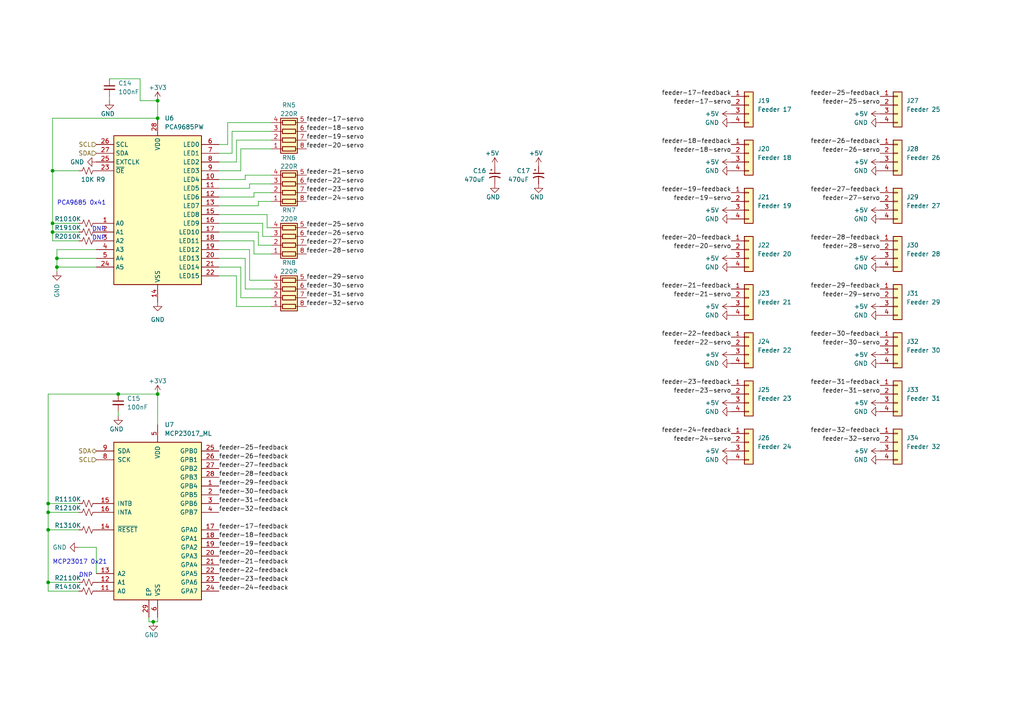
<source format=kicad_sch>
(kicad_sch (version 20230121) (generator eeschema)
  (paper "A4")
  (lib_symbols
    (symbol "Connector_Generic:Conn_01x04" (pin_names (offset 1.016) hide)
      (property "Reference" "J" (at 0 5.08 0))
      (property "Value" "Conn_01x04" (at 0 -7.62 0))
      (symbol "Conn_01x04_1_1"
        (rectangle (start -1.27 -4.953) (end 0 -5.207) (stroke (width 0.1524)))
        (rectangle (start -1.27 -2.413) (end 0 -2.667) (stroke (width 0.1524)))
        (rectangle (start -1.27 0.127) (end 0 -0.127) (stroke (width 0.1524)))
        (rectangle (start -1.27 2.667) (end 0 2.413) (stroke (width 0.1524)))
        (rectangle (start -1.27 3.81) (end 1.27 -6.35) (stroke (width 0.254)) (fill (type background)))
        (pin passive line (at -5.08 2.54 0) (length 3.81) (name "Pin_1") (number "1"))
        (pin passive line (at -5.08 0 0) (length 3.81) (name "Pin_2") (number "2"))
        (pin passive line (at -5.08 -2.54 0) (length 3.81) (name "Pin_3") (number "3"))
        (pin passive line (at -5.08 -5.08 0) (length 3.81) (name "Pin_4") (number "4"))
      )
    )
    (symbol "Device:C_Polarized_Small_US" (pin_numbers hide) (pin_names (offset 0.254) hide)
      (property "Reference" "C" (at 0.254 1.778 0))
      (property "Value" "C_Polarized_Small_US" (at 0.254 -2.032 0))
      (symbol "C_Polarized_Small_US_0_1"
        (polyline (pts (xy -1.524 0.508) (xy 1.524 0.508)) (stroke (width 0.3048)))
        (polyline (pts (xy -1.27 1.524) (xy -0.762 1.524)))
        (polyline (pts (xy -1.016 1.27) (xy -1.016 1.778)))
        (arc (start 1.524 -0.762) (mid 0 -0.3734) (end -1.524 -0.762) (stroke (width 0.3048)))
      )
      (symbol "C_Polarized_Small_US_1_1"
        (pin passive line (at 0 2.54 270) (length 2.032) (name "~") (number "1"))
        (pin passive line (at 0 -2.54 90) (length 2.032) (name "~") (number "2"))
      )
    )
    (symbol "Device:C_Small" (pin_numbers hide) (pin_names (offset 0.254) hide)
      (property "Reference" "C" (at 0.254 1.778 0))
      (property "Value" "C_Small" (at 0.254 -2.032 0))
      (symbol "C_Small_0_1"
        (polyline (pts (xy -1.524 -0.508) (xy 1.524 -0.508)) (stroke (width 0.3302)))
        (polyline (pts (xy -1.524 0.508) (xy 1.524 0.508)) (stroke (width 0.3048)))
      )
      (symbol "C_Small_1_1"
        (pin passive line (at 0 2.54 270) (length 2.032) (name "~") (number "1"))
        (pin passive line (at 0 -2.54 90) (length 2.032) (name "~") (number "2"))
      )
    )
    (symbol "Device:R_Pack04" (pin_names (offset 0) hide)
      (property "Reference" "RN" (at -7.62 0 90))
      (property "Value" "R_Pack04" (at 5.08 0 90))
      (symbol "R_Pack04_0_1"
        (rectangle (start -6.35 -2.413) (end 3.81 2.413) (stroke (width 0.254)) (fill (type background)))
        (rectangle (start -5.715 1.905) (end -4.445 -1.905) (stroke (width 0.254)))
        (rectangle (start -3.175 1.905) (end -1.905 -1.905) (stroke (width 0.254)))
        (rectangle (start -0.635 1.905) (end 0.635 -1.905) (stroke (width 0.254)))
        (polyline (pts (xy -5.08 -2.54) (xy -5.08 -1.905)))
        (polyline (pts (xy -5.08 1.905) (xy -5.08 2.54)))
        (polyline (pts (xy -2.54 -2.54) (xy -2.54 -1.905)))
        (polyline (pts (xy -2.54 1.905) (xy -2.54 2.54)))
        (polyline (pts (xy 0 -2.54) (xy 0 -1.905)))
        (polyline (pts (xy 0 1.905) (xy 0 2.54)))
        (polyline (pts (xy 2.54 -2.54) (xy 2.54 -1.905)))
        (polyline (pts (xy 2.54 1.905) (xy 2.54 2.54)))
        (rectangle (start 1.905 1.905) (end 3.175 -1.905) (stroke (width 0.254)))
      )
      (symbol "R_Pack04_1_1"
        (pin passive line (at -5.08 -5.08 90) (length 2.54) (name "R1.1") (number "1"))
        (pin passive line (at -2.54 -5.08 90) (length 2.54) (name "R2.1") (number "2"))
        (pin passive line (at 0 -5.08 90) (length 2.54) (name "R3.1") (number "3"))
        (pin passive line (at 2.54 -5.08 90) (length 2.54) (name "R4.1") (number "4"))
        (pin passive line (at 2.54 5.08 270) (length 2.54) (name "R4.2") (number "5"))
        (pin passive line (at 0 5.08 270) (length 2.54) (name "R3.2") (number "6"))
        (pin passive line (at -2.54 5.08 270) (length 2.54) (name "R2.2") (number "7"))
        (pin passive line (at -5.08 5.08 270) (length 2.54) (name "R1.2") (number "8"))
      )
    )
    (symbol "Device:R_Small_US" (pin_numbers hide) (pin_names (offset 0.254) hide)
      (property "Reference" "R" (at 0.762 0.508 0))
      (property "Value" "R_Small_US" (at 0.762 -1.016 0))
      (symbol "R_Small_US_1_1"
        (polyline (pts (xy 0 0) (xy 1.016 -0.381) (xy 0 -0.762) (xy -1.016 -1.143) (xy 0 -1.524)))
        (polyline (pts (xy 0 1.524) (xy 1.016 1.143) (xy 0 0.762) (xy -1.016 0.381) (xy 0 0)))
        (pin passive line (at 0 2.54 270) (length 1.016) (name "~") (number "1"))
        (pin passive line (at 0 -2.54 90) (length 1.016) (name "~") (number "2"))
      )
    )
    (symbol "Driver_LED:PCA9685PW"
      (property "Reference" "U" (at -12.7 22.225 0))
      (property "Value" "PCA9685PW" (at 1.27 22.225 0))
      (symbol "PCA9685PW_0_1"
        (rectangle (start -12.7 20.32) (end 12.7 -22.86) (stroke (width 0.254)) (fill (type background)))
      )
      (symbol "PCA9685PW_1_1"
        (pin input line (at -17.78 -5.08 0) (length 5.08) (name "A0") (number "1"))
        (pin output line (at 17.78 7.62 180) (length 5.08) (name "LED4") (number "10"))
        (pin output line (at 17.78 5.08 180) (length 5.08) (name "LED5") (number "11"))
        (pin output line (at 17.78 2.54 180) (length 5.08) (name "LED6") (number "12"))
        (pin output line (at 17.78 0 180) (length 5.08) (name "LED7") (number "13"))
        (pin power_in line (at 0 -27.94 90) (length 5.08) (name "VSS") (number "14"))
        (pin output line (at 17.78 -2.54 180) (length 5.08) (name "LED8") (number "15"))
        (pin output line (at 17.78 -5.08 180) (length 5.08) (name "LED9") (number "16"))
        (pin output line (at 17.78 -7.62 180) (length 5.08) (name "LED10") (number "17"))
        (pin output line (at 17.78 -10.16 180) (length 5.08) (name "LED11") (number "18"))
        (pin output line (at 17.78 -12.7 180) (length 5.08) (name "LED12") (number "19"))
        (pin input line (at -17.78 -7.62 0) (length 5.08) (name "A1") (number "2"))
        (pin output line (at 17.78 -15.24 180) (length 5.08) (name "LED13") (number "20"))
        (pin output line (at 17.78 -17.78 180) (length 5.08) (name "LED14") (number "21"))
        (pin output line (at 17.78 -20.32 180) (length 5.08) (name "LED15") (number "22"))
        (pin input line (at -17.78 10.16 0) (length 5.08) (name "~{OE}") (number "23"))
        (pin input line (at -17.78 -17.78 0) (length 5.08) (name "A5") (number "24"))
        (pin input line (at -17.78 12.7 0) (length 5.08) (name "EXTCLK") (number "25"))
        (pin input line (at -17.78 17.78 0) (length 5.08) (name "SCL") (number "26"))
        (pin bidirectional line (at -17.78 15.24 0) (length 5.08) (name "SDA") (number "27"))
        (pin power_in line (at 0 25.4 270) (length 5.08) (name "VDD") (number "28"))
        (pin input line (at -17.78 -10.16 0) (length 5.08) (name "A2") (number "3"))
        (pin input line (at -17.78 -12.7 0) (length 5.08) (name "A3") (number "4"))
        (pin input line (at -17.78 -15.24 0) (length 5.08) (name "A4") (number "5"))
        (pin output line (at 17.78 17.78 180) (length 5.08) (name "LED0") (number "6"))
        (pin output line (at 17.78 15.24 180) (length 5.08) (name "LED1") (number "7"))
        (pin output line (at 17.78 12.7 180) (length 5.08) (name "LED2") (number "8"))
        (pin output line (at 17.78 10.16 180) (length 5.08) (name "LED3") (number "9"))
      )
    )
    (symbol "Interface_Expansion:MCP23017_ML" (pin_names (offset 1.016))
      (property "Reference" "U" (at -11.43 24.13 0))
      (property "Value" "MCP23017_ML" (at 0 0 0))
      (symbol "MCP23017_ML_0_1"
        (rectangle (start -12.7 22.86) (end 12.7 -22.86) (stroke (width 0.254)) (fill (type background)))
      )
      (symbol "MCP23017_ML_1_1"
        (pin bidirectional line (at 17.78 10.16 180) (length 5.08) (name "GPB4") (number "1"))
        (pin no_connect line (at -12.7 12.7 0) (length 5.08) hide (name "NC") (number "10"))
        (pin input line (at -17.78 -20.32 0) (length 5.08) (name "A0") (number "11"))
        (pin input line (at -17.78 -17.78 0) (length 5.08) (name "A1") (number "12"))
        (pin input line (at -17.78 -15.24 0) (length 5.08) (name "A2") (number "13"))
        (pin input line (at -17.78 -2.54 0) (length 5.08) (name "~{RESET}") (number "14"))
        (pin tri_state line (at -17.78 5.08 0) (length 5.08) (name "INTB") (number "15"))
        (pin tri_state line (at -17.78 2.54 0) (length 5.08) (name "INTA") (number "16"))
        (pin bidirectional line (at 17.78 -2.54 180) (length 5.08) (name "GPA0") (number "17"))
        (pin bidirectional line (at 17.78 -5.08 180) (length 5.08) (name "GPA1") (number "18"))
        (pin bidirectional line (at 17.78 -7.62 180) (length 5.08) (name "GPA2") (number "19"))
        (pin bidirectional line (at 17.78 7.62 180) (length 5.08) (name "GPB5") (number "2"))
        (pin bidirectional line (at 17.78 -10.16 180) (length 5.08) (name "GPA3") (number "20"))
        (pin bidirectional line (at 17.78 -12.7 180) (length 5.08) (name "GPA4") (number "21"))
        (pin bidirectional line (at 17.78 -15.24 180) (length 5.08) (name "GPA5") (number "22"))
        (pin bidirectional line (at 17.78 -17.78 180) (length 5.08) (name "GPA6") (number "23"))
        (pin bidirectional line (at 17.78 -20.32 180) (length 5.08) (name "GPA7") (number "24"))
        (pin bidirectional line (at 17.78 20.32 180) (length 5.08) (name "GPB0") (number "25"))
        (pin bidirectional line (at 17.78 17.78 180) (length 5.08) (name "GPB1") (number "26"))
        (pin bidirectional line (at 17.78 15.24 180) (length 5.08) (name "GPB2") (number "27"))
        (pin bidirectional line (at 17.78 12.7 180) (length 5.08) (name "GPB3") (number "28"))
        (pin passive line (at -2.54 -27.94 90) (length 5.08) (name "EP") (number "29"))
        (pin bidirectional line (at 17.78 5.08 180) (length 5.08) (name "GPB6") (number "3"))
        (pin bidirectional line (at 17.78 2.54 180) (length 5.08) (name "GPB7") (number "4"))
        (pin power_in line (at 0 27.94 270) (length 5.08) (name "VDD") (number "5"))
        (pin power_in line (at 0 -27.94 90) (length 5.08) (name "VSS") (number "6"))
        (pin no_connect line (at -12.7 15.24 0) (length 5.08) hide (name "NC") (number "7"))
        (pin input line (at -17.78 17.78 0) (length 5.08) (name "SCK") (number "8"))
        (pin bidirectional line (at -17.78 20.32 0) (length 5.08) (name "SDA") (number "9"))
      )
    )
    (symbol "power:+3V3" (power) (pin_names (offset 0))
      (property "Value" "+3V3" (at 0 3.556 0))
      (symbol "+3V3_0_1"
        (polyline (pts (xy -0.762 1.27) (xy 0 2.54)))
        (polyline (pts (xy 0 0) (xy 0 2.54)))
        (polyline (pts (xy 0 2.54) (xy 0.762 1.27)))
      )
      (symbol "+3V3_1_1"
        (pin power_in line (at 0 0 90) (length 0) hide (name "+3V3") (number "1"))
      )
    )
    (symbol "power:+5V" (power) (pin_names (offset 0))
      (property "Value" "+5V" (at 0 3.556 0))
      (symbol "+5V_0_1"
        (polyline (pts (xy -0.762 1.27) (xy 0 2.54)))
        (polyline (pts (xy 0 0) (xy 0 2.54)))
        (polyline (pts (xy 0 2.54) (xy 0.762 1.27)))
      )
      (symbol "+5V_1_1"
        (pin power_in line (at 0 0 90) (length 0) hide (name "+5V") (number "1"))
      )
    )
    (symbol "power:GND" (power) (pin_names (offset 0))
      (property "Value" "GND" (at 0 -3.81 0))
      (symbol "GND_0_1"
        (polyline (pts (xy 0 0) (xy 0 -1.27) (xy 1.27 -1.27) (xy 0 -2.54) (xy -1.27 -1.27) (xy 0 -1.27)))
      )
      (symbol "GND_1_1"
        (pin power_in line (at 0 0 270) (length 0) hide (name "GND") (number "1"))
      )
    )
  )
  (junction (at 13.97 168.91))
  (junction (at 45.72 34.29))
  (junction (at 15.24 67.31))
  (junction (at 15.24 64.77))
  (junction (at 45.72 29.21))
  (junction (at 13.97 148.59))
  (junction (at 45.72 114.3))
  (junction (at 15.24 49.53))
  (junction (at 16.51 74.93))
  (junction (at 16.51 77.47))
  (junction (at 13.97 153.67))
  (junction (at 34.29 114.3))
  (junction (at 44.45 180.34))
  (junction (at 13.97 146.05))
  (wire (pts (xy 45.72 180.34) (xy 44.45 180.34)))
  (wire (pts (xy 22.86 49.53) (xy 15.24 49.53)))
  (wire (pts (xy 66.04 41.91) (xy 66.04 35.56)))
  (wire (pts (xy 73.66 55.88) (xy 78.74 55.88)))
  (wire (pts (xy 74.93 71.12) (xy 78.74 71.12)))
  (wire (pts (xy 74.93 58.42) (xy 74.93 59.69)))
  (wire (pts (xy 34.29 114.3) (xy 13.97 114.3)))
  (wire (pts (xy 71.12 74.93) (xy 63.5 74.93)))
  (wire (pts (xy 45.72 114.3) (xy 45.72 123.19)))
  (wire (pts (xy 78.74 53.34) (xy 72.39 53.34)))
  (wire (pts (xy 22.86 158.75) (xy 27.94 158.75)))
  (wire (pts (xy 71.12 50.8) (xy 78.74 50.8)))
  (wire (pts (xy 63.5 57.15) (xy 73.66 57.15)))
  (wire (pts (xy 78.74 88.9) (xy 68.58 88.9)))
  (wire (pts (xy 78.74 83.82) (xy 71.12 83.82)))
  (wire (pts (xy 78.74 38.1) (xy 67.31 38.1)))
  (wire (pts (xy 67.31 38.1) (xy 67.31 44.45)))
  (wire (pts (xy 69.85 77.47) (xy 69.85 86.36)))
  (wire (pts (xy 72.39 81.28) (xy 78.74 81.28)))
  (wire (pts (xy 13.97 153.67) (xy 13.97 168.91)))
  (wire (pts (xy 40.64 29.21) (xy 45.72 29.21)))
  (wire (pts (xy 45.72 34.29) (xy 15.24 34.29)))
  (wire (pts (xy 63.5 67.31) (xy 74.93 67.31)))
  (wire (pts (xy 13.97 146.05) (xy 13.97 148.59)))
  (wire (pts (xy 13.97 168.91) (xy 22.86 168.91)))
  (wire (pts (xy 73.66 69.85) (xy 73.66 73.66)))
  (wire (pts (xy 15.24 67.31) (xy 15.24 64.77)))
  (wire (pts (xy 45.72 29.21) (xy 45.72 34.29)))
  (wire (pts (xy 13.97 146.05) (xy 22.86 146.05)))
  (wire (pts (xy 13.97 148.59) (xy 22.86 148.59)))
  (wire (pts (xy 71.12 52.07) (xy 71.12 50.8)))
  (wire (pts (xy 73.66 57.15) (xy 73.66 55.88)))
  (wire (pts (xy 66.04 35.56) (xy 78.74 35.56)))
  (wire (pts (xy 63.5 52.07) (xy 71.12 52.07)))
  (wire (pts (xy 63.5 72.39) (xy 72.39 72.39)))
  (wire (pts (xy 74.93 59.69) (xy 63.5 59.69)))
  (wire (pts (xy 78.74 68.58) (xy 76.2 68.58)))
  (wire (pts (xy 77.47 62.23) (xy 77.47 66.04)))
  (wire (pts (xy 72.39 53.34) (xy 72.39 54.61)))
  (wire (pts (xy 15.24 49.53) (xy 15.24 64.77)))
  (wire (pts (xy 68.58 88.9) (xy 68.58 80.01)))
  (wire (pts (xy 72.39 72.39) (xy 72.39 81.28)))
  (wire (pts (xy 15.24 67.31) (xy 15.24 69.85)))
  (wire (pts (xy 22.86 67.31) (xy 15.24 67.31)))
  (wire (pts (xy 76.2 68.58) (xy 76.2 64.77)))
  (wire (pts (xy 27.94 158.75) (xy 27.94 166.37)))
  (wire (pts (xy 31.75 29.21) (xy 31.75 27.94)))
  (wire (pts (xy 16.51 77.47) (xy 27.94 77.47)))
  (wire (pts (xy 34.29 120.65) (xy 34.29 119.38)))
  (wire (pts (xy 45.72 179.07) (xy 45.72 180.34)))
  (wire (pts (xy 78.74 43.18) (xy 69.85 43.18)))
  (wire (pts (xy 63.5 46.99) (xy 68.58 46.99)))
  (wire (pts (xy 63.5 62.23) (xy 77.47 62.23)))
  (wire (pts (xy 40.64 22.86) (xy 40.64 29.21)))
  (wire (pts (xy 13.97 114.3) (xy 13.97 146.05)))
  (wire (pts (xy 69.85 43.18) (xy 69.85 49.53)))
  (wire (pts (xy 73.66 73.66) (xy 78.74 73.66)))
  (wire (pts (xy 68.58 40.64) (xy 78.74 40.64)))
  (wire (pts (xy 63.5 49.53) (xy 69.85 49.53)))
  (wire (pts (xy 13.97 153.67) (xy 22.86 153.67)))
  (wire (pts (xy 13.97 148.59) (xy 13.97 153.67)))
  (wire (pts (xy 74.93 67.31) (xy 74.93 71.12)))
  (wire (pts (xy 76.2 64.77) (xy 63.5 64.77)))
  (wire (pts (xy 72.39 54.61) (xy 63.5 54.61)))
  (wire (pts (xy 43.18 180.34) (xy 43.18 179.07)))
  (wire (pts (xy 15.24 64.77) (xy 22.86 64.77)))
  (wire (pts (xy 71.12 83.82) (xy 71.12 74.93)))
  (wire (pts (xy 16.51 72.39) (xy 16.51 74.93)))
  (wire (pts (xy 44.45 180.34) (xy 43.18 180.34)))
  (wire (pts (xy 16.51 74.93) (xy 27.94 74.93)))
  (wire (pts (xy 34.29 114.3) (xy 45.72 114.3)))
  (wire (pts (xy 68.58 80.01) (xy 63.5 80.01)))
  (wire (pts (xy 78.74 58.42) (xy 74.93 58.42)))
  (wire (pts (xy 69.85 86.36) (xy 78.74 86.36)))
  (wire (pts (xy 77.47 66.04) (xy 78.74 66.04)))
  (wire (pts (xy 63.5 69.85) (xy 73.66 69.85)))
  (wire (pts (xy 67.31 44.45) (xy 63.5 44.45)))
  (wire (pts (xy 68.58 46.99) (xy 68.58 40.64)))
  (wire (pts (xy 27.94 72.39) (xy 16.51 72.39)))
  (wire (pts (xy 13.97 168.91) (xy 13.97 171.45)))
  (wire (pts (xy 63.5 41.91) (xy 66.04 41.91)))
  (wire (pts (xy 16.51 74.93) (xy 16.51 77.47)))
  (wire (pts (xy 31.75 22.86) (xy 40.64 22.86)))
  (wire (pts (xy 15.24 69.85) (xy 22.86 69.85)))
  (wire (pts (xy 63.5 77.47) (xy 69.85 77.47)))
  (wire (pts (xy 16.51 77.47) (xy 16.51 78.74)))
  (wire (pts (xy 15.24 34.29) (xy 15.24 49.53)))
  (wire (pts (xy 22.86 171.45) (xy 13.97 171.45)))
  (text "DNP" (at 26.67 69.85 0) (effects (font (size 1.27 1.27)) (justify left bottom)))
  (text "MCP23017 0x21" (at 15.24 163.83 0) (effects (font (size 1.27 1.27)) (justify left bottom)))
  (text "DNP" (at 22.86 167.64 0) (effects (font (size 1.27 1.27)) (justify left bottom)))
  (text "PCA9685 0x41" (at 16.51 59.69 0) (effects (font (size 1.27 1.27)) (justify left bottom)))
  (text "DNP" (at 26.67 67.31 0) (effects (font (size 1.27 1.27)) (justify left bottom)))
  (label "feeder-27-feedback" (at 63.5 135.89 0))
  (label "feeder-25-feedback" (at 63.5 130.81 0))
  (label "feeder-27-feedback" (at 255.27 55.88 180))
  (label "feeder-22-servo" (at 212.09 100.33 180))
  (label "feeder-24-feedback" (at 212.09 125.73 180))
  (label "feeder-22-feedback" (at 63.5 166.37 0))
  (label "feeder-17-feedback" (at 63.5 153.67 0))
  (label "feeder-23-feedback" (at 212.09 111.76 180))
  (label "feeder-17-servo" (at 88.9 35.56 0))
  (label "feeder-32-feedback" (at 63.5 148.59 0))
  (label "feeder-30-servo" (at 255.27 100.33 180))
  (label "feeder-30-feedback" (at 255.27 97.79 180))
  (label "feeder-18-feedback" (at 63.5 156.21 0))
  (label "feeder-21-servo" (at 212.09 86.36 180))
  (label "feeder-26-servo" (at 255.27 44.45 180))
  (label "feeder-19-feedback" (at 63.5 158.75 0))
  (label "feeder-29-servo" (at 88.9 81.28 0))
  (label "feeder-17-feedback" (at 212.09 27.94 180))
  (label "feeder-30-servo" (at 88.9 83.82 0))
  (label "feeder-18-feedback" (at 212.09 41.91 180))
  (label "feeder-32-servo" (at 88.9 88.9 0))
  (label "feeder-29-feedback" (at 255.27 83.82 180))
  (label "feeder-18-servo" (at 88.9 38.1 0))
  (label "feeder-30-feedback" (at 63.5 143.51 0))
  (label "feeder-19-servo" (at 88.9 40.64 0))
  (label "feeder-24-servo" (at 212.09 128.27 180))
  (label "feeder-22-feedback" (at 212.09 97.79 180))
  (label "feeder-31-servo" (at 255.27 114.3 180))
  (label "feeder-27-servo" (at 88.9 71.12 0))
  (label "feeder-20-feedback" (at 63.5 161.29 0))
  (label "feeder-32-feedback" (at 255.27 125.73 180))
  (label "feeder-25-feedback" (at 255.27 27.94 180))
  (label "feeder-23-servo" (at 88.9 55.88 0))
  (label "feeder-28-servo" (at 255.27 72.39 180))
  (label "feeder-20-servo" (at 88.9 43.18 0))
  (label "feeder-17-servo" (at 212.09 30.48 180))
  (label "feeder-21-feedback" (at 212.09 83.82 180))
  (label "feeder-32-servo" (at 255.27 128.27 180))
  (label "feeder-20-feedback" (at 212.09 69.85 180))
  (label "feeder-21-feedback" (at 63.5 163.83 0))
  (label "feeder-27-servo" (at 255.27 58.42 180))
  (label "feeder-31-feedback" (at 255.27 111.76 180))
  (label "feeder-26-feedback" (at 63.5 133.35 0))
  (label "feeder-24-servo" (at 88.9 58.42 0))
  (label "feeder-31-feedback" (at 63.5 146.05 0))
  (label "feeder-25-servo" (at 255.27 30.48 180))
  (label "feeder-23-feedback" (at 63.5 168.91 0))
  (label "feeder-29-feedback" (at 63.5 140.97 0))
  (label "feeder-26-feedback" (at 255.27 41.91 180))
  (label "feeder-18-servo" (at 212.09 44.45 180))
  (label "feeder-28-feedback" (at 255.27 69.85 180))
  (label "feeder-20-servo" (at 212.09 72.39 180))
  (label "feeder-26-servo" (at 88.9 68.58 0))
  (label "feeder-28-feedback" (at 63.5 138.43 0))
  (label "feeder-22-servo" (at 88.9 53.34 0))
  (label "feeder-23-servo" (at 212.09 114.3 180))
  (label "feeder-21-servo" (at 88.9 50.8 0))
  (label "feeder-19-servo" (at 212.09 58.42 180))
  (label "feeder-31-servo" (at 88.9 86.36 0))
  (label "feeder-29-servo" (at 255.27 86.36 180))
  (label "feeder-28-servo" (at 88.9 73.66 0))
  (label "feeder-19-feedback" (at 212.09 55.88 180))
  (label "feeder-25-servo" (at 88.9 66.04 0))
  (label "feeder-24-feedback" (at 63.5 171.45 0))
  (hierarchical_label "SDA" (shape bidirectional) (at 27.94 130.81 180))
  (hierarchical_label "SCL" (shape input) (at 27.94 41.91 180))
  (hierarchical_label "SDA" (shape input) (at 27.94 44.45 180))
  (hierarchical_label "SCL" (shape input) (at 27.94 133.35 180))
  (symbol (lib_id "Connector_Generic:Conn_01x04") (at 260.35 30.48 0) (unit 1)
    (property "Reference" "J27" (at 262.89 29.2099 0) (effects (justify left)))
    (property "Value" "Feeder 25" (at 262.89 31.7499 0) (effects (justify left)))
    (property "Footprint" "Connector_PinHeader_2.54mm:PinHeader_1x04_P2.54mm_Vertical" (effects hide))
  )
  (symbol (lib_id "Connector_Generic:Conn_01x04") (at 217.17 128.27 0) (unit 1)
    (property "Reference" "J26" (at 219.71 126.9999 0) (effects (justify left)))
    (property "Value" "Feeder 24" (at 219.71 129.5399 0) (effects (justify left)))
    (property "Footprint" "Connector_PinHeader_2.54mm:PinHeader_1x04_P2.54mm_Vertical" (effects hide))
  )
  (symbol (lib_id "power:GND") (at 255.27 119.38 270) (unit 1)
    (property "Reference" "#PWR0100" (effects hide))
    (property "Value" "GND" (at 247.65 119.38 90) (effects (justify left)))
  )
  (symbol (lib_id "Connector_Generic:Conn_01x04") (at 260.35 128.27 0) (unit 1)
    (property "Reference" "J34" (at 262.89 126.9999 0) (effects (justify left)))
    (property "Value" "Feeder 32" (at 262.89 129.5399 0) (effects (justify left)))
    (property "Footprint" "Connector_PinHeader_2.54mm:PinHeader_1x04_P2.54mm_Vertical" (effects hide))
  )
  (symbol (lib_id "Device:R_Small_US") (at 25.4 148.59 90) (unit 1)
    (property "Reference" "R12" (at 17.78 147.32 90))
    (property "Value" "10K" (at 21.59 147.32 90))
    (property "Footprint" "Resistor_SMD:R_0603_1608Metric_Pad0.98x0.95mm_HandSolder" (effects hide))
    (property "Mouser" "279-CRGCQ0603F10K" (effects hide))
    (property "LCSC" "C98220" (effects hide))
  )
  (symbol (lib_id "Device:R_Pack04") (at 83.82 53.34 270) (mirror x) (unit 1)
    (property "Reference" "RN6" (at 83.82 45.72 90))
    (property "Value" "220R" (at 83.82 48.26 90))
    (property "Footprint" "Resistor_SMD:R_Array_Concave_4x0402" (effects hide))
  )
  (symbol (lib_id "power:GND") (at 212.09 49.53 270) (unit 1)
    (property "Reference" "#PWR074" (effects hide))
    (property "Value" "GND" (at 204.47 49.53 90) (effects (justify left)))
  )
  (symbol (lib_id "power:GND") (at 16.51 78.74 0) (unit 1)
    (property "Reference" "#PWR04" (effects hide))
    (property "Value" "GND" (at 16.51 86.36 90) (effects (justify left)))
    (instances (project "FeederController" (path "" (reference "#PWR04") (unit 1)) (path "" (reference "#PWR0108") (unit 1))))
  )
  (symbol (lib_id "power:GND") (at 255.27 49.53 270) (unit 1)
    (property "Reference" "#PWR090" (effects hide))
    (property "Value" "GND" (at 247.65 49.53 90) (effects (justify left)))
  )
  (symbol (lib_id "power:GND") (at 255.27 35.56 270) (unit 1)
    (property "Reference" "#PWR088" (effects hide))
    (property "Value" "GND" (at 247.65 35.56 90) (effects (justify left)))
  )
  (symbol (lib_id "power:GND") (at 255.27 91.44 270) (unit 1)
    (property "Reference" "#PWR096" (effects hide))
    (property "Value" "GND" (at 247.65 91.44 90) (effects (justify left)))
  )
  (symbol (lib_id "Device:R_Pack04") (at 83.82 68.58 270) (mirror x) (unit 1)
    (property "Reference" "RN7" (at 83.82 60.96 90))
    (property "Value" "220R" (at 83.82 63.5 90))
    (property "Footprint" "Resistor_SMD:R_Array_Concave_4x0402" (effects hide))
  )
  (symbol (lib_id "Device:R_Small_US") (at 25.4 153.67 90) (unit 1)
    (property "Reference" "R13" (at 17.78 152.4 90))
    (property "Value" "10K" (at 21.59 152.4 90))
    (property "Footprint" "Resistor_SMD:R_0603_1608Metric_Pad0.98x0.95mm_HandSolder" (effects hide))
    (property "Mouser" "279-CRGCQ0603F10K" (effects hide))
    (property "LCSC" "C98220" (effects hide))
  )
  (symbol (lib_id "Connector_Generic:Conn_01x04") (at 260.35 86.36 0) (unit 1)
    (property "Reference" "J31" (at 262.89 85.0899 0) (effects (justify left)))
    (property "Value" "Feeder 29" (at 262.89 87.6299 0) (effects (justify left)))
    (property "Footprint" "Connector_PinHeader_2.54mm:PinHeader_1x04_P2.54mm_Vertical" (effects hide))
  )
  (symbol (lib_id "power:GND") (at 34.29 120.65 0) (unit 1)
    (property "Reference" "#PWR062" (effects hide))
    (property "Value" "GND" (at 31.75 124.46 0) (effects (justify left)))
  )
  (symbol (lib_id "power:GND") (at 143.51 53.34 0) (unit 1)
    (property "Reference" "#PWR068" (effects hide))
    (property "Value" "GND" (at 140.97 57.15 0) (effects (justify left)))
  )
  (symbol (lib_id "Device:R_Small_US") (at 25.4 64.77 90) (unit 1)
    (property "Reference" "R10" (at 17.78 63.5 90))
    (property "Value" "10K" (at 21.59 63.5 90))
    (property "Footprint" "Resistor_SMD:R_0603_1608Metric_Pad0.98x0.95mm_HandSolder" (effects hide))
    (property "Mouser" "279-CRGCQ0603F10K" (effects hide))
    (property "LCSC" "C98220" (effects hide))
  )
  (symbol (lib_id "power:+5V") (at 255.27 130.81 90) (unit 1)
    (property "Reference" "#PWR0101" (effects hide))
    (property "Value" "+5V" (at 247.65 130.81 90) (effects (justify right)))
  )
  (symbol (lib_id "power:+5V") (at 255.27 102.87 90) (unit 1)
    (property "Reference" "#PWR097" (effects hide))
    (property "Value" "+5V" (at 247.65 102.87 90) (effects (justify right)))
  )
  (symbol (lib_id "power:+5V") (at 212.09 130.81 90) (unit 1)
    (property "Reference" "#PWR085" (effects hide))
    (property "Value" "+5V" (at 204.47 130.81 90) (effects (justify right)))
  )
  (symbol (lib_id "power:+5V") (at 255.27 33.02 90) (unit 1)
    (property "Reference" "#PWR087" (effects hide))
    (property "Value" "+5V" (at 247.65 33.02 90) (effects (justify right)))
  )
  (symbol (lib_id "Device:R_Small_US") (at 25.4 146.05 90) (unit 1)
    (property "Reference" "R11" (at 17.78 144.78 90))
    (property "Value" "10K" (at 21.59 144.78 90))
    (property "Footprint" "Resistor_SMD:R_0603_1608Metric_Pad0.98x0.95mm_HandSolder" (effects hide))
    (property "Mouser" "279-CRGCQ0603F10K" (effects hide))
    (property "LCSC" "C98220" (effects hide))
  )
  (symbol (lib_id "power:+5V") (at 212.09 74.93 90) (unit 1)
    (property "Reference" "#PWR077" (effects hide))
    (property "Value" "+5V" (at 204.47 74.93 90) (effects (justify right)))
  )
  (symbol (lib_id "power:+3V3") (at 45.72 29.21 0) (unit 1)
    (property "Reference" "#PWR064" (effects hide))
    (property "Value" "+3V3" (at 45.72 25.4 0))
  )
  (symbol (lib_id "power:GND") (at 255.27 133.35 270) (unit 1)
    (property "Reference" "#PWR0102" (effects hide))
    (property "Value" "GND" (at 247.65 133.35 90) (effects (justify left)))
  )
  (symbol (lib_id "power:+5V") (at 212.09 88.9 90) (unit 1)
    (property "Reference" "#PWR079" (effects hide))
    (property "Value" "+5V" (at 204.47 88.9 90) (effects (justify right)))
  )
  (symbol (lib_id "power:+5V") (at 255.27 88.9 90) (unit 1)
    (property "Reference" "#PWR095" (effects hide))
    (property "Value" "+5V" (at 247.65 88.9 90) (effects (justify right)))
  )
  (symbol (lib_id "Device:C_Polarized_Small_US") (at 143.51 50.8 0) (unit 1)
    (property "Reference" "C16" (at 137.16 49.53 0) (effects (justify left)))
    (property "Value" "470uF" (at 134.62 52.07 0) (effects (justify left)))
    (property "Footprint" "Capacitor_THT:CP_Radial_D8.0mm_P5.00mm" (effects hide))
  )
  (symbol (lib_id "Connector_Generic:Conn_01x04") (at 260.35 58.42 0) (unit 1)
    (property "Reference" "J29" (at 262.89 57.1499 0) (effects (justify left)))
    (property "Value" "Feeder 27" (at 262.89 59.6899 0) (effects (justify left)))
    (property "Footprint" "Connector_PinHeader_2.54mm:PinHeader_1x04_P2.54mm_Vertical" (effects hide))
  )
  (symbol (lib_id "Connector_Generic:Conn_01x04") (at 217.17 86.36 0) (unit 1)
    (property "Reference" "J23" (at 219.71 85.0899 0) (effects (justify left)))
    (property "Value" "Feeder 21" (at 219.71 87.6299 0) (effects (justify left)))
    (property "Footprint" "Connector_PinHeader_2.54mm:PinHeader_1x04_P2.54mm_Vertical" (effects hide))
  )
  (symbol (lib_id "Connector_Generic:Conn_01x04") (at 217.17 30.48 0) (unit 1)
    (property "Reference" "J19" (at 219.71 29.2099 0) (effects (justify left)))
    (property "Value" "Feeder 17" (at 219.71 31.7499 0) (effects (justify left)))
    (property "Footprint" "Connector_PinHeader_2.54mm:PinHeader_1x04_P2.54mm_Vertical" (effects hide))
  )
  (symbol (lib_id "Connector_Generic:Conn_01x04") (at 217.17 58.42 0) (unit 1)
    (property "Reference" "J21" (at 219.71 57.1499 0) (effects (justify left)))
    (property "Value" "Feeder 19" (at 219.71 59.6899 0) (effects (justify left)))
    (property "Footprint" "Connector_PinHeader_2.54mm:PinHeader_1x04_P2.54mm_Vertical" (effects hide))
  )
  (symbol (lib_id "Device:C_Small") (at 31.75 25.4 0) (unit 1)
    (property "Reference" "C14" (at 34.29 24.1362 0) (effects (justify left)))
    (property "Value" "100nF" (at 34.29 26.6762 0) (effects (justify left)))
    (property "Footprint" "Capacitor_SMD:C_0603_1608Metric_Pad1.08x0.95mm_HandSolder" (effects hide))
  )
  (symbol (lib_id "Device:C_Polarized_Small_US") (at 156.21 50.8 0) (unit 1)
    (property "Reference" "C17" (at 149.86 49.53 0) (effects (justify left)))
    (property "Value" "470uF" (at 147.32 52.07 0) (effects (justify left)))
    (property "Footprint" "Capacitor_THT:CP_Radial_D8.0mm_P5.00mm" (effects hide))
  )
  (symbol (lib_id "Connector_Generic:Conn_01x04") (at 260.35 100.33 0) (unit 1)
    (property "Reference" "J32" (at 262.89 99.0599 0) (effects (justify left)))
    (property "Value" "Feeder 30" (at 262.89 101.5999 0) (effects (justify left)))
    (property "Footprint" "Connector_PinHeader_2.54mm:PinHeader_1x04_P2.54mm_Vertical" (effects hide))
  )
  (symbol (lib_id "power:+5V") (at 255.27 60.96 90) (unit 1)
    (property "Reference" "#PWR091" (effects hide))
    (property "Value" "+5V" (at 247.65 60.96 90) (effects (justify right)))
  )
  (symbol (lib_id "Interface_Expansion:MCP23017_ML") (at 45.72 151.13 0) (unit 1)
    (property "Reference" "U7" (at 47.7394 123.19 0) (effects (justify left)))
    (property "Value" "MCP23017_ML" (at 47.7394 125.73 0) (effects (justify left)))
    (property "Footprint" "Package_DFN_QFN:QFN-28-1EP_6x6mm_P0.65mm_EP4.25x4.25mm" (effects hide))
    (property "Datasheet" "http://ww1.microchip.com/downloads/en/DeviceDoc/20001952C.pdf" (effects hide))
  )
  (symbol (lib_id "Connector_Generic:Conn_01x04") (at 260.35 114.3 0) (unit 1)
    (property "Reference" "J33" (at 262.89 113.0299 0) (effects (justify left)))
    (property "Value" "Feeder 31" (at 262.89 115.5699 0) (effects (justify left)))
    (property "Footprint" "Connector_PinHeader_2.54mm:PinHeader_1x04_P2.54mm_Vertical" (effects hide))
  )
  (symbol (lib_id "power:+5V") (at 156.21 48.26 0) (unit 1)
    (property "Reference" "#PWR069" (effects hide))
    (property "Value" "+5V" (at 157.48 44.45 0) (effects (justify right)))
  )
  (symbol (lib_id "power:GND") (at 255.27 105.41 270) (unit 1)
    (property "Reference" "#PWR098" (effects hide))
    (property "Value" "GND" (at 247.65 105.41 90) (effects (justify left)))
  )
  (symbol (lib_id "Connector_Generic:Conn_01x04") (at 217.17 44.45 0) (unit 1)
    (property "Reference" "J20" (at 219.71 43.1799 0) (effects (justify left)))
    (property "Value" "Feeder 18" (at 219.71 45.7199 0) (effects (justify left)))
    (property "Footprint" "Connector_PinHeader_2.54mm:PinHeader_1x04_P2.54mm_Vertical" (effects hide))
  )
  (symbol (lib_id "power:+5V") (at 255.27 46.99 90) (unit 1)
    (property "Reference" "#PWR089" (effects hide))
    (property "Value" "+5V" (at 247.65 46.99 90) (effects (justify right)))
  )
  (symbol (lib_id "Connector_Generic:Conn_01x04") (at 217.17 114.3 0) (unit 1)
    (property "Reference" "J25" (at 219.71 113.0299 0) (effects (justify left)))
    (property "Value" "Feeder 23" (at 219.71 115.5699 0) (effects (justify left)))
    (property "Footprint" "Connector_PinHeader_2.54mm:PinHeader_1x04_P2.54mm_Vertical" (effects hide))
  )
  (symbol (lib_id "power:GND") (at 27.94 46.99 270) (unit 1)
    (property "Reference" "#PWR060" (effects hide))
    (property "Value" "GND" (at 20.32 46.99 90) (effects (justify left)))
  )
  (symbol (lib_id "power:GND") (at 212.09 119.38 270) (unit 1)
    (property "Reference" "#PWR084" (effects hide))
    (property "Value" "GND" (at 204.47 119.38 90) (effects (justify left)))
  )
  (symbol (lib_id "power:GND") (at 212.09 91.44 270) (unit 1)
    (property "Reference" "#PWR080" (effects hide))
    (property "Value" "GND" (at 204.47 91.44 90) (effects (justify left)))
  )
  (symbol (lib_id "power:+5V") (at 255.27 74.93 90) (unit 1)
    (property "Reference" "#PWR093" (effects hide))
    (property "Value" "+5V" (at 247.65 74.93 90) (effects (justify right)))
  )
  (symbol (lib_id "power:GND") (at 44.45 180.34 0) (unit 1)
    (property "Reference" "#PWR063" (effects hide))
    (property "Value" "GND" (at 41.91 184.15 0) (effects (justify left)))
  )
  (symbol (lib_id "power:GND") (at 212.09 63.5 270) (unit 1)
    (property "Reference" "#PWR076" (effects hide))
    (property "Value" "GND" (at 204.47 63.5 90) (effects (justify left)))
  )
  (symbol (lib_id "Connector_Generic:Conn_01x04") (at 217.17 100.33 0) (unit 1)
    (property "Reference" "J24" (at 219.71 99.0599 0) (effects (justify left)))
    (property "Value" "Feeder 22" (at 219.71 101.5999 0) (effects (justify left)))
    (property "Footprint" "Connector_PinHeader_2.54mm:PinHeader_1x04_P2.54mm_Vertical" (effects hide))
  )
  (symbol (lib_id "power:GND") (at 22.86 158.75 270) (unit 1)
    (property "Reference" "#PWR04" (effects hide))
    (property "Value" "GND" (at 15.24 158.75 90) (effects (justify left)))
    (instances (project "FeederController" (path "" (reference "#PWR04") (unit 1)) (path "" (reference "#PWR0109") (unit 1))))
  )
  (symbol (lib_id "power:GND") (at 45.72 87.63 0) (unit 1)
    (property "Reference" "#PWR065" (effects hide))
    (property "Value" "GND" (at 45.72 92.71 0))
  )
  (symbol (lib_id "Device:R_Small_US") (at 25.4 69.85 90) (unit 1)
    (property "Reference" "R20" (at 17.78 68.58 90))
    (property "Value" "10K" (at 21.59 68.58 90))
    (property "Footprint" "Resistor_SMD:R_0603_1608Metric_Pad0.98x0.95mm_HandSolder" (effects hide))
    (property "Mouser" "279-CRGCQ0603F10K" (effects hide))
    (property "LCSC" "C98220" (effects hide))
  )
  (symbol (lib_id "power:GND") (at 212.09 77.47 270) (unit 1)
    (property "Reference" "#PWR078" (effects hide))
    (property "Value" "GND" (at 204.47 77.47 90) (effects (justify left)))
  )
  (symbol (lib_id "Connector_Generic:Conn_01x04") (at 260.35 44.45 0) (unit 1)
    (property "Reference" "J28" (at 262.89 43.1799 0) (effects (justify left)))
    (property "Value" "Feeder 26" (at 262.89 45.7199 0) (effects (justify left)))
    (property "Footprint" "Connector_PinHeader_2.54mm:PinHeader_1x04_P2.54mm_Vertical" (effects hide))
  )
  (symbol (lib_id "power:+3V3") (at 45.72 114.3 0) (unit 1)
    (property "Reference" "#PWR066" (effects hide))
    (property "Value" "+3V3" (at 45.72 110.49 0))
  )
  (symbol (lib_id "power:+5V") (at 212.09 60.96 90) (unit 1)
    (property "Reference" "#PWR075" (effects hide))
    (property "Value" "+5V" (at 204.47 60.96 90) (effects (justify right)))
  )
  (symbol (lib_id "power:+5V") (at 212.09 46.99 90) (unit 1)
    (property "Reference" "#PWR073" (effects hide))
    (property "Value" "+5V" (at 204.47 46.99 90) (effects (justify right)))
  )
  (symbol (lib_id "Connector_Generic:Conn_01x04") (at 260.35 72.39 0) (unit 1)
    (property "Reference" "J30" (at 262.89 71.1199 0) (effects (justify left)))
    (property "Value" "Feeder 28" (at 262.89 73.6599 0) (effects (justify left)))
    (property "Footprint" "Connector_PinHeader_2.54mm:PinHeader_1x04_P2.54mm_Vertical" (effects hide))
  )
  (symbol (lib_id "power:+5V") (at 212.09 33.02 90) (unit 1)
    (property "Reference" "#PWR071" (effects hide))
    (property "Value" "+5V" (at 204.47 33.02 90) (effects (justify right)))
  )
  (symbol (lib_id "power:+5V") (at 143.51 48.26 0) (unit 1)
    (property "Reference" "#PWR067" (effects hide))
    (property "Value" "+5V" (at 144.78 44.45 0) (effects (justify right)))
  )
  (symbol (lib_id "power:GND") (at 212.09 35.56 270) (unit 1)
    (property "Reference" "#PWR072" (effects hide))
    (property "Value" "GND" (at 204.47 35.56 90) (effects (justify left)))
  )
  (symbol (lib_id "Device:R_Small_US") (at 25.4 49.53 90) (unit 1)
    (property "Reference" "R9" (at 29.21 52.07 90))
    (property "Value" "10K" (at 25.4 52.07 90))
    (property "Footprint" "Resistor_SMD:R_0603_1608Metric_Pad0.98x0.95mm_HandSolder" (effects hide))
    (property "Mouser" "279-CRGCQ0603F10K" (effects hide))
    (property "LCSC" "C98220" (effects hide))
  )
  (symbol (lib_id "power:GND") (at 156.21 53.34 0) (unit 1)
    (property "Reference" "#PWR070" (effects hide))
    (property "Value" "GND" (at 153.67 57.15 0) (effects (justify left)))
  )
  (symbol (lib_id "Device:R_Small_US") (at 25.4 171.45 90) (unit 1)
    (property "Reference" "R14" (at 17.78 170.18 90))
    (property "Value" "10K" (at 21.59 170.18 90))
    (property "Footprint" "Resistor_SMD:R_0603_1608Metric_Pad0.98x0.95mm_HandSolder" (effects hide))
    (property "Mouser" "279-CRGCQ0603F10K" (effects hide))
    (property "LCSC" "C98220" (effects hide))
  )
  (symbol (lib_id "Device:R_Small_US") (at 25.4 67.31 90) (unit 1)
    (property "Reference" "R19" (at 17.78 66.04 90))
    (property "Value" "10K" (at 21.59 66.04 90))
    (property "Footprint" "Resistor_SMD:R_0603_1608Metric_Pad0.98x0.95mm_HandSolder" (effects hide))
    (property "Mouser" "279-CRGCQ0603F10K" (effects hide))
    (property "LCSC" "C98220" (effects hide))
  )
  (symbol (lib_id "Device:R_Small_US") (at 25.4 168.91 90) (unit 1)
    (property "Reference" "R21" (at 17.78 167.64 90))
    (property "Value" "10K" (at 21.59 167.64 90))
    (property "Footprint" "Resistor_SMD:R_0603_1608Metric_Pad0.98x0.95mm_HandSolder" (effects hide))
    (property "Mouser" "279-CRGCQ0603F10K" (effects hide))
    (property "LCSC" "C98220" (effects hide))
  )
  (symbol (lib_id "power:GND") (at 255.27 63.5 270) (unit 1)
    (property "Reference" "#PWR092" (effects hide))
    (property "Value" "GND" (at 247.65 63.5 90) (effects (justify left)))
  )
  (symbol (lib_id "power:GND") (at 212.09 133.35 270) (unit 1)
    (property "Reference" "#PWR086" (effects hide))
    (property "Value" "GND" (at 204.47 133.35 90) (effects (justify left)))
  )
  (symbol (lib_id "Device:C_Small") (at 34.29 116.84 0) (unit 1)
    (property "Reference" "C15" (at 36.83 115.5762 0) (effects (justify left)))
    (property "Value" "100nF" (at 36.83 118.1162 0) (effects (justify left)))
    (property "Footprint" "Capacitor_SMD:C_0603_1608Metric_Pad1.08x0.95mm_HandSolder" (effects hide))
    (property "Mouser" "791-0603B822K250CT" (effects hide))
    (property "LCSC" "C113812" (effects hide))
  )
  (symbol (lib_id "Device:R_Pack04") (at 83.82 38.1 270) (mirror x) (unit 1)
    (property "Reference" "RN5" (at 83.82 30.48 90))
    (property "Value" "220R" (at 83.82 33.02 90))
    (property "Footprint" "Resistor_SMD:R_Array_Concave_4x0402" (effects hide))
  )
  (symbol (lib_id "Device:R_Pack04") (at 83.82 83.82 270) (mirror x) (unit 1)
    (property "Reference" "RN8" (at 83.82 76.2 90))
    (property "Value" "220R" (at 83.82 78.74 90))
    (property "Footprint" "Resistor_SMD:R_Array_Concave_4x0402" (effects hide))
  )
  (symbol (lib_id "power:+5V") (at 255.27 116.84 90) (unit 1)
    (property "Reference" "#PWR099" (effects hide))
    (property "Value" "+5V" (at 247.65 116.84 90) (effects (justify right)))
  )
  (symbol (lib_id "Driver_LED:PCA9685PW") (at 45.72 59.69 0) (unit 1)
    (property "Reference" "U6" (at 47.7394 34.29 0) (effects (justify left)))
    (property "Value" "PCA9685PW" (at 47.7394 36.83 0) (effects (justify left)))
    (property "Footprint" "Package_SO:TSSOP-28_4.4x9.7mm_P0.65mm" (effects hide))
    (property "Datasheet" "http://www.nxp.com/documents/data_sheet/PCA9685.pdf" (effects hide))
  )
  (symbol (lib_id "power:GND") (at 212.09 105.41 270) (unit 1)
    (property "Reference" "#PWR082" (effects hide))
    (property "Value" "GND" (at 204.47 105.41 90) (effects (justify left)))
  )
  (symbol (lib_id "Connector_Generic:Conn_01x04") (at 217.17 72.39 0) (unit 1)
    (property "Reference" "J22" (at 219.71 71.1199 0) (effects (justify left)))
    (property "Value" "Feeder 20" (at 219.71 73.6599 0) (effects (justify left)))
    (property "Footprint" "Connector_PinHeader_2.54mm:PinHeader_1x04_P2.54mm_Vertical" (effects hide))
  )
  (symbol (lib_id "power:GND") (at 31.75 29.21 0) (unit 1)
    (property "Reference" "#PWR061" (effects hide))
    (property "Value" "GND" (at 29.21 33.02 0) (effects (justify left)))
  )
  (symbol (lib_id "power:+5V") (at 212.09 116.84 90) (unit 1)
    (property "Reference" "#PWR083" (effects hide))
    (property "Value" "+5V" (at 204.47 116.84 90) (effects (justify right)))
  )
  (symbol (lib_id "power:GND") (at 255.27 77.47 270) (unit 1)
    (property "Reference" "#PWR094" (effects hide))
    (property "Value" "GND" (at 247.65 77.47 90) (effects (justify left)))
  )
  (symbol (lib_id "power:+5V") (at 212.09 102.87 90) (unit 1)
    (property "Reference" "#PWR081" (effects hide))
    (property "Value" "+5V" (at 204.47 102.87 90) (effects (justify right)))
  )
)
</source>
